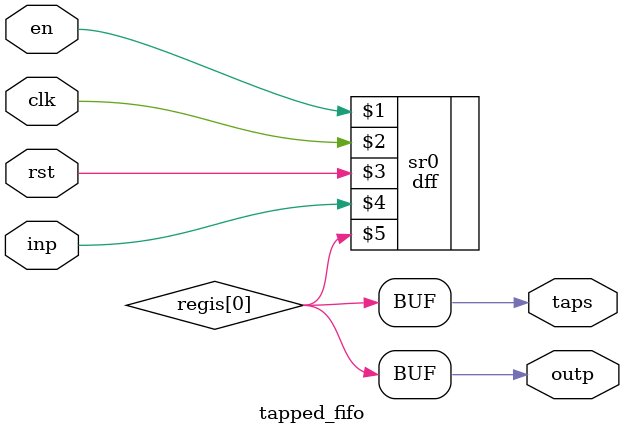
<source format=v>
`ifndef LIB_TAPPED_FIFO_V_
`define LIB_TAPPED_FIFO_V_

`timescale 1ns/1ps

`include "dff.v"

module tapped_fifo#(
      parameter WIDTH=1,
    parameter DEPTH=1
  ) (
      input wire en,
      input wire clk,
      input wire rst,

      input  wire [WIDTH-1:0] inp,
    output wire [WIDTH*DEPTH-1:0] taps,
      output wire [WIDTH-1:0] outp
  );

    wire [WIDTH-1:0] regis[DEPTH-1:0];

    assign outp = regis[DEPTH-1];

    dff#(WIDTH) sr0(en, clk, rst, inp, regis[0]);

  assign taps[(WIDTH*DEPTH-1):(WIDTH*(DEPTH-1))] = regis[0];

    genvar i;
    generate
      for (i = 0; i < DEPTH-1; i=i+1) begin : shift
            dff#(WIDTH) sr(en,clk, rst, regis[i], regis[i+1]);
      assign taps[((WIDTH*DEPTH-1)-(WIDTH*(i+1))):(WIDTH*(DEPTH-(i+2)))] = 
        regis[i+1];
      end
    endgenerate

endmodule

`endif // LIB_TAPPED_FIFO_V_

</source>
